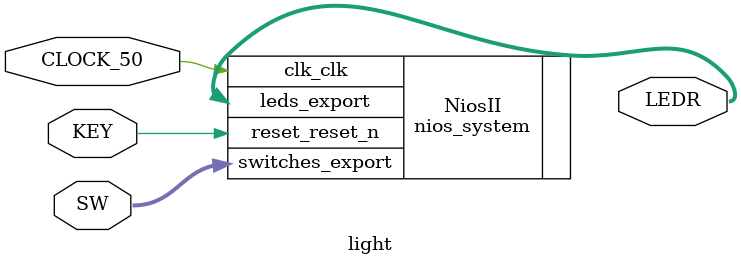
<source format=sv>
module light (
    input CLOCK_50,
    input [7:0] SW,
    input [0:0] KEY,
    output [7:0] LEDR
);
    nios_system NiosII (
        .clk_clk(CLOCK_50),         //      clk.clk
        .leds_export(LEDR),     //     leds.export
        .reset_reset_n(KEY),   //    reset.reset_n
        .switches_export(SW)  // switches.export
    );
endmodule
</source>
